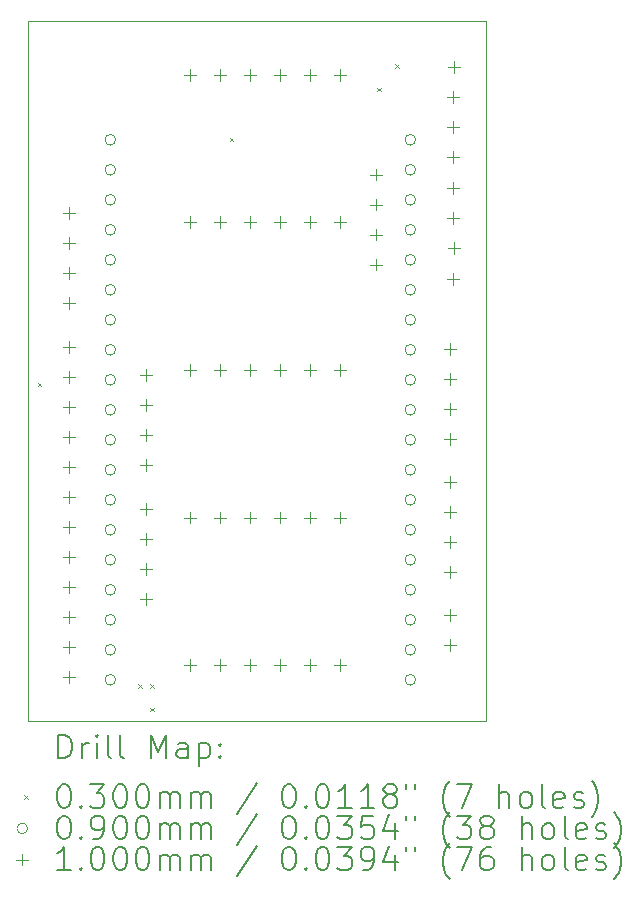
<source format=gbr>
%TF.GenerationSoftware,KiCad,Pcbnew,8.0.4-8.0.4-0~ubuntu24.04.1*%
%TF.CreationDate,2024-09-03T15:59:57+09:00*%
%TF.ProjectId,ESP32,45535033-322e-46b6-9963-61645f706362,rev?*%
%TF.SameCoordinates,Original*%
%TF.FileFunction,Drillmap*%
%TF.FilePolarity,Positive*%
%FSLAX45Y45*%
G04 Gerber Fmt 4.5, Leading zero omitted, Abs format (unit mm)*
G04 Created by KiCad (PCBNEW 8.0.4-8.0.4-0~ubuntu24.04.1) date 2024-09-03 15:59:57*
%MOMM*%
%LPD*%
G01*
G04 APERTURE LIST*
%ADD10C,0.050000*%
%ADD11C,0.200000*%
%ADD12C,0.100000*%
G04 APERTURE END LIST*
D10*
X13050000Y-7200000D02*
X16925000Y-7200000D01*
X16925000Y-13125000D01*
X13050000Y-13125000D01*
X13050000Y-7200000D01*
D11*
D12*
X13135000Y-10260000D02*
X13165000Y-10290000D01*
X13165000Y-10260000D02*
X13135000Y-10290000D01*
X13985000Y-12810000D02*
X14015000Y-12840000D01*
X14015000Y-12810000D02*
X13985000Y-12840000D01*
X14085000Y-12810000D02*
X14115000Y-12840000D01*
X14115000Y-12810000D02*
X14085000Y-12840000D01*
X14085000Y-13010000D02*
X14115000Y-13040000D01*
X14115000Y-13010000D02*
X14085000Y-13040000D01*
X14760000Y-8185000D02*
X14790000Y-8215000D01*
X14790000Y-8185000D02*
X14760000Y-8215000D01*
X16010000Y-7760000D02*
X16040000Y-7790000D01*
X16040000Y-7760000D02*
X16010000Y-7790000D01*
X16160000Y-7560000D02*
X16190000Y-7590000D01*
X16190000Y-7560000D02*
X16160000Y-7590000D01*
X13793500Y-8201500D02*
G75*
G02*
X13703500Y-8201500I-45000J0D01*
G01*
X13703500Y-8201500D02*
G75*
G02*
X13793500Y-8201500I45000J0D01*
G01*
X13793500Y-8455500D02*
G75*
G02*
X13703500Y-8455500I-45000J0D01*
G01*
X13703500Y-8455500D02*
G75*
G02*
X13793500Y-8455500I45000J0D01*
G01*
X13793500Y-8709500D02*
G75*
G02*
X13703500Y-8709500I-45000J0D01*
G01*
X13703500Y-8709500D02*
G75*
G02*
X13793500Y-8709500I45000J0D01*
G01*
X13793500Y-8963500D02*
G75*
G02*
X13703500Y-8963500I-45000J0D01*
G01*
X13703500Y-8963500D02*
G75*
G02*
X13793500Y-8963500I45000J0D01*
G01*
X13793500Y-9217500D02*
G75*
G02*
X13703500Y-9217500I-45000J0D01*
G01*
X13703500Y-9217500D02*
G75*
G02*
X13793500Y-9217500I45000J0D01*
G01*
X13793500Y-9471500D02*
G75*
G02*
X13703500Y-9471500I-45000J0D01*
G01*
X13703500Y-9471500D02*
G75*
G02*
X13793500Y-9471500I45000J0D01*
G01*
X13793500Y-9725500D02*
G75*
G02*
X13703500Y-9725500I-45000J0D01*
G01*
X13703500Y-9725500D02*
G75*
G02*
X13793500Y-9725500I45000J0D01*
G01*
X13793500Y-9979500D02*
G75*
G02*
X13703500Y-9979500I-45000J0D01*
G01*
X13703500Y-9979500D02*
G75*
G02*
X13793500Y-9979500I45000J0D01*
G01*
X13793500Y-10233500D02*
G75*
G02*
X13703500Y-10233500I-45000J0D01*
G01*
X13703500Y-10233500D02*
G75*
G02*
X13793500Y-10233500I45000J0D01*
G01*
X13793500Y-10487500D02*
G75*
G02*
X13703500Y-10487500I-45000J0D01*
G01*
X13703500Y-10487500D02*
G75*
G02*
X13793500Y-10487500I45000J0D01*
G01*
X13793500Y-10741500D02*
G75*
G02*
X13703500Y-10741500I-45000J0D01*
G01*
X13703500Y-10741500D02*
G75*
G02*
X13793500Y-10741500I45000J0D01*
G01*
X13793500Y-10995500D02*
G75*
G02*
X13703500Y-10995500I-45000J0D01*
G01*
X13703500Y-10995500D02*
G75*
G02*
X13793500Y-10995500I45000J0D01*
G01*
X13793500Y-11249500D02*
G75*
G02*
X13703500Y-11249500I-45000J0D01*
G01*
X13703500Y-11249500D02*
G75*
G02*
X13793500Y-11249500I45000J0D01*
G01*
X13793500Y-11503500D02*
G75*
G02*
X13703500Y-11503500I-45000J0D01*
G01*
X13703500Y-11503500D02*
G75*
G02*
X13793500Y-11503500I45000J0D01*
G01*
X13793500Y-11757500D02*
G75*
G02*
X13703500Y-11757500I-45000J0D01*
G01*
X13703500Y-11757500D02*
G75*
G02*
X13793500Y-11757500I45000J0D01*
G01*
X13793500Y-12011500D02*
G75*
G02*
X13703500Y-12011500I-45000J0D01*
G01*
X13703500Y-12011500D02*
G75*
G02*
X13793500Y-12011500I45000J0D01*
G01*
X13793500Y-12265500D02*
G75*
G02*
X13703500Y-12265500I-45000J0D01*
G01*
X13703500Y-12265500D02*
G75*
G02*
X13793500Y-12265500I45000J0D01*
G01*
X13793500Y-12519500D02*
G75*
G02*
X13703500Y-12519500I-45000J0D01*
G01*
X13703500Y-12519500D02*
G75*
G02*
X13793500Y-12519500I45000J0D01*
G01*
X13793500Y-12773500D02*
G75*
G02*
X13703500Y-12773500I-45000J0D01*
G01*
X13703500Y-12773500D02*
G75*
G02*
X13793500Y-12773500I45000J0D01*
G01*
X16333500Y-8201500D02*
G75*
G02*
X16243500Y-8201500I-45000J0D01*
G01*
X16243500Y-8201500D02*
G75*
G02*
X16333500Y-8201500I45000J0D01*
G01*
X16333500Y-8455500D02*
G75*
G02*
X16243500Y-8455500I-45000J0D01*
G01*
X16243500Y-8455500D02*
G75*
G02*
X16333500Y-8455500I45000J0D01*
G01*
X16333500Y-8709500D02*
G75*
G02*
X16243500Y-8709500I-45000J0D01*
G01*
X16243500Y-8709500D02*
G75*
G02*
X16333500Y-8709500I45000J0D01*
G01*
X16333500Y-8963500D02*
G75*
G02*
X16243500Y-8963500I-45000J0D01*
G01*
X16243500Y-8963500D02*
G75*
G02*
X16333500Y-8963500I45000J0D01*
G01*
X16333500Y-9217500D02*
G75*
G02*
X16243500Y-9217500I-45000J0D01*
G01*
X16243500Y-9217500D02*
G75*
G02*
X16333500Y-9217500I45000J0D01*
G01*
X16333500Y-9471500D02*
G75*
G02*
X16243500Y-9471500I-45000J0D01*
G01*
X16243500Y-9471500D02*
G75*
G02*
X16333500Y-9471500I45000J0D01*
G01*
X16333500Y-9725500D02*
G75*
G02*
X16243500Y-9725500I-45000J0D01*
G01*
X16243500Y-9725500D02*
G75*
G02*
X16333500Y-9725500I45000J0D01*
G01*
X16333500Y-9979500D02*
G75*
G02*
X16243500Y-9979500I-45000J0D01*
G01*
X16243500Y-9979500D02*
G75*
G02*
X16333500Y-9979500I45000J0D01*
G01*
X16333500Y-10233500D02*
G75*
G02*
X16243500Y-10233500I-45000J0D01*
G01*
X16243500Y-10233500D02*
G75*
G02*
X16333500Y-10233500I45000J0D01*
G01*
X16333500Y-10487500D02*
G75*
G02*
X16243500Y-10487500I-45000J0D01*
G01*
X16243500Y-10487500D02*
G75*
G02*
X16333500Y-10487500I45000J0D01*
G01*
X16333500Y-10741500D02*
G75*
G02*
X16243500Y-10741500I-45000J0D01*
G01*
X16243500Y-10741500D02*
G75*
G02*
X16333500Y-10741500I45000J0D01*
G01*
X16333500Y-10995500D02*
G75*
G02*
X16243500Y-10995500I-45000J0D01*
G01*
X16243500Y-10995500D02*
G75*
G02*
X16333500Y-10995500I45000J0D01*
G01*
X16333500Y-11249500D02*
G75*
G02*
X16243500Y-11249500I-45000J0D01*
G01*
X16243500Y-11249500D02*
G75*
G02*
X16333500Y-11249500I45000J0D01*
G01*
X16333500Y-11503500D02*
G75*
G02*
X16243500Y-11503500I-45000J0D01*
G01*
X16243500Y-11503500D02*
G75*
G02*
X16333500Y-11503500I45000J0D01*
G01*
X16333500Y-11757500D02*
G75*
G02*
X16243500Y-11757500I-45000J0D01*
G01*
X16243500Y-11757500D02*
G75*
G02*
X16333500Y-11757500I45000J0D01*
G01*
X16333500Y-12011500D02*
G75*
G02*
X16243500Y-12011500I-45000J0D01*
G01*
X16243500Y-12011500D02*
G75*
G02*
X16333500Y-12011500I45000J0D01*
G01*
X16333500Y-12265500D02*
G75*
G02*
X16243500Y-12265500I-45000J0D01*
G01*
X16243500Y-12265500D02*
G75*
G02*
X16333500Y-12265500I45000J0D01*
G01*
X16333500Y-12519500D02*
G75*
G02*
X16243500Y-12519500I-45000J0D01*
G01*
X16243500Y-12519500D02*
G75*
G02*
X16333500Y-12519500I45000J0D01*
G01*
X16333500Y-12773500D02*
G75*
G02*
X16243500Y-12773500I-45000J0D01*
G01*
X16243500Y-12773500D02*
G75*
G02*
X16333500Y-12773500I45000J0D01*
G01*
X13400000Y-8770000D02*
X13400000Y-8870000D01*
X13350000Y-8820000D02*
X13450000Y-8820000D01*
X13400000Y-9024000D02*
X13400000Y-9124000D01*
X13350000Y-9074000D02*
X13450000Y-9074000D01*
X13400000Y-9278000D02*
X13400000Y-9378000D01*
X13350000Y-9328000D02*
X13450000Y-9328000D01*
X13400000Y-9532000D02*
X13400000Y-9632000D01*
X13350000Y-9582000D02*
X13450000Y-9582000D01*
X13400000Y-9906000D02*
X13400000Y-10006000D01*
X13350000Y-9956000D02*
X13450000Y-9956000D01*
X13400000Y-10160000D02*
X13400000Y-10260000D01*
X13350000Y-10210000D02*
X13450000Y-10210000D01*
X13400000Y-10414000D02*
X13400000Y-10514000D01*
X13350000Y-10464000D02*
X13450000Y-10464000D01*
X13400000Y-10668000D02*
X13400000Y-10768000D01*
X13350000Y-10718000D02*
X13450000Y-10718000D01*
X13400000Y-10922000D02*
X13400000Y-11022000D01*
X13350000Y-10972000D02*
X13450000Y-10972000D01*
X13400000Y-11176000D02*
X13400000Y-11276000D01*
X13350000Y-11226000D02*
X13450000Y-11226000D01*
X13400000Y-11430000D02*
X13400000Y-11530000D01*
X13350000Y-11480000D02*
X13450000Y-11480000D01*
X13400000Y-11684000D02*
X13400000Y-11784000D01*
X13350000Y-11734000D02*
X13450000Y-11734000D01*
X13400000Y-11938000D02*
X13400000Y-12038000D01*
X13350000Y-11988000D02*
X13450000Y-11988000D01*
X13400000Y-12192000D02*
X13400000Y-12292000D01*
X13350000Y-12242000D02*
X13450000Y-12242000D01*
X13400000Y-12446000D02*
X13400000Y-12546000D01*
X13350000Y-12496000D02*
X13450000Y-12496000D01*
X13400000Y-12700000D02*
X13400000Y-12800000D01*
X13350000Y-12750000D02*
X13450000Y-12750000D01*
X14050000Y-10145000D02*
X14050000Y-10245000D01*
X14000000Y-10195000D02*
X14100000Y-10195000D01*
X14050000Y-10399000D02*
X14050000Y-10499000D01*
X14000000Y-10449000D02*
X14100000Y-10449000D01*
X14050000Y-10653000D02*
X14050000Y-10753000D01*
X14000000Y-10703000D02*
X14100000Y-10703000D01*
X14050000Y-10907000D02*
X14050000Y-11007000D01*
X14000000Y-10957000D02*
X14100000Y-10957000D01*
X14050000Y-11275000D02*
X14050000Y-11375000D01*
X14000000Y-11325000D02*
X14100000Y-11325000D01*
X14050000Y-11529000D02*
X14050000Y-11629000D01*
X14000000Y-11579000D02*
X14100000Y-11579000D01*
X14050000Y-11783000D02*
X14050000Y-11883000D01*
X14000000Y-11833000D02*
X14100000Y-11833000D01*
X14050000Y-12037000D02*
X14050000Y-12137000D01*
X14000000Y-12087000D02*
X14100000Y-12087000D01*
X14421000Y-7600000D02*
X14421000Y-7700000D01*
X14371000Y-7650000D02*
X14471000Y-7650000D01*
X14421000Y-8850000D02*
X14421000Y-8950000D01*
X14371000Y-8900000D02*
X14471000Y-8900000D01*
X14421000Y-10100000D02*
X14421000Y-10200000D01*
X14371000Y-10150000D02*
X14471000Y-10150000D01*
X14421000Y-11350000D02*
X14421000Y-11450000D01*
X14371000Y-11400000D02*
X14471000Y-11400000D01*
X14421000Y-12600000D02*
X14421000Y-12700000D01*
X14371000Y-12650000D02*
X14471000Y-12650000D01*
X14675000Y-7600000D02*
X14675000Y-7700000D01*
X14625000Y-7650000D02*
X14725000Y-7650000D01*
X14675000Y-8850000D02*
X14675000Y-8950000D01*
X14625000Y-8900000D02*
X14725000Y-8900000D01*
X14675000Y-10100000D02*
X14675000Y-10200000D01*
X14625000Y-10150000D02*
X14725000Y-10150000D01*
X14675000Y-11350000D02*
X14675000Y-11450000D01*
X14625000Y-11400000D02*
X14725000Y-11400000D01*
X14675000Y-12600000D02*
X14675000Y-12700000D01*
X14625000Y-12650000D02*
X14725000Y-12650000D01*
X14929000Y-7600000D02*
X14929000Y-7700000D01*
X14879000Y-7650000D02*
X14979000Y-7650000D01*
X14929000Y-8850000D02*
X14929000Y-8950000D01*
X14879000Y-8900000D02*
X14979000Y-8900000D01*
X14929000Y-10100000D02*
X14929000Y-10200000D01*
X14879000Y-10150000D02*
X14979000Y-10150000D01*
X14929000Y-11350000D02*
X14929000Y-11450000D01*
X14879000Y-11400000D02*
X14979000Y-11400000D01*
X14929000Y-12600000D02*
X14929000Y-12700000D01*
X14879000Y-12650000D02*
X14979000Y-12650000D01*
X15183000Y-7600000D02*
X15183000Y-7700000D01*
X15133000Y-7650000D02*
X15233000Y-7650000D01*
X15183000Y-8850000D02*
X15183000Y-8950000D01*
X15133000Y-8900000D02*
X15233000Y-8900000D01*
X15183000Y-10100000D02*
X15183000Y-10200000D01*
X15133000Y-10150000D02*
X15233000Y-10150000D01*
X15183000Y-11350000D02*
X15183000Y-11450000D01*
X15133000Y-11400000D02*
X15233000Y-11400000D01*
X15183000Y-12600000D02*
X15183000Y-12700000D01*
X15133000Y-12650000D02*
X15233000Y-12650000D01*
X15437000Y-7600000D02*
X15437000Y-7700000D01*
X15387000Y-7650000D02*
X15487000Y-7650000D01*
X15437000Y-8850000D02*
X15437000Y-8950000D01*
X15387000Y-8900000D02*
X15487000Y-8900000D01*
X15437000Y-10100000D02*
X15437000Y-10200000D01*
X15387000Y-10150000D02*
X15487000Y-10150000D01*
X15437000Y-11350000D02*
X15437000Y-11450000D01*
X15387000Y-11400000D02*
X15487000Y-11400000D01*
X15437000Y-12600000D02*
X15437000Y-12700000D01*
X15387000Y-12650000D02*
X15487000Y-12650000D01*
X15691000Y-7600000D02*
X15691000Y-7700000D01*
X15641000Y-7650000D02*
X15741000Y-7650000D01*
X15691000Y-8850000D02*
X15691000Y-8950000D01*
X15641000Y-8900000D02*
X15741000Y-8900000D01*
X15691000Y-10100000D02*
X15691000Y-10200000D01*
X15641000Y-10150000D02*
X15741000Y-10150000D01*
X15691000Y-11350000D02*
X15691000Y-11450000D01*
X15641000Y-11400000D02*
X15741000Y-11400000D01*
X15691000Y-12600000D02*
X15691000Y-12700000D01*
X15641000Y-12650000D02*
X15741000Y-12650000D01*
X16000000Y-8446000D02*
X16000000Y-8546000D01*
X15950000Y-8496000D02*
X16050000Y-8496000D01*
X16000000Y-8700000D02*
X16000000Y-8800000D01*
X15950000Y-8750000D02*
X16050000Y-8750000D01*
X16000000Y-8954000D02*
X16000000Y-9054000D01*
X15950000Y-9004000D02*
X16050000Y-9004000D01*
X16000000Y-9208000D02*
X16000000Y-9308000D01*
X15950000Y-9258000D02*
X16050000Y-9258000D01*
X16625000Y-9925000D02*
X16625000Y-10025000D01*
X16575000Y-9975000D02*
X16675000Y-9975000D01*
X16625000Y-10179000D02*
X16625000Y-10279000D01*
X16575000Y-10229000D02*
X16675000Y-10229000D01*
X16625000Y-10433000D02*
X16625000Y-10533000D01*
X16575000Y-10483000D02*
X16675000Y-10483000D01*
X16625000Y-10687000D02*
X16625000Y-10787000D01*
X16575000Y-10737000D02*
X16675000Y-10737000D01*
X16625000Y-11050000D02*
X16625000Y-11150000D01*
X16575000Y-11100000D02*
X16675000Y-11100000D01*
X16625000Y-11304000D02*
X16625000Y-11404000D01*
X16575000Y-11354000D02*
X16675000Y-11354000D01*
X16625000Y-11558000D02*
X16625000Y-11658000D01*
X16575000Y-11608000D02*
X16675000Y-11608000D01*
X16625000Y-11812000D02*
X16625000Y-11912000D01*
X16575000Y-11862000D02*
X16675000Y-11862000D01*
X16625000Y-12175000D02*
X16625000Y-12275000D01*
X16575000Y-12225000D02*
X16675000Y-12225000D01*
X16625000Y-12429000D02*
X16625000Y-12529000D01*
X16575000Y-12479000D02*
X16675000Y-12479000D01*
X16650000Y-8300000D02*
X16650000Y-8400000D01*
X16600000Y-8350000D02*
X16700000Y-8350000D01*
X16652500Y-7790000D02*
X16652500Y-7890000D01*
X16602500Y-7840000D02*
X16702500Y-7840000D01*
X16652500Y-8042500D02*
X16652500Y-8142500D01*
X16602500Y-8092500D02*
X16702500Y-8092500D01*
X16652500Y-8557500D02*
X16652500Y-8657500D01*
X16602500Y-8607500D02*
X16702500Y-8607500D01*
X16652500Y-8812500D02*
X16652500Y-8912500D01*
X16602500Y-8862500D02*
X16702500Y-8862500D01*
X16652500Y-9327500D02*
X16652500Y-9427500D01*
X16602500Y-9377500D02*
X16702500Y-9377500D01*
X16655000Y-7532500D02*
X16655000Y-7632500D01*
X16605000Y-7582500D02*
X16705000Y-7582500D01*
X16655000Y-9070000D02*
X16655000Y-9170000D01*
X16605000Y-9120000D02*
X16705000Y-9120000D01*
D11*
X13308277Y-13438984D02*
X13308277Y-13238984D01*
X13308277Y-13238984D02*
X13355896Y-13238984D01*
X13355896Y-13238984D02*
X13384467Y-13248508D01*
X13384467Y-13248508D02*
X13403515Y-13267555D01*
X13403515Y-13267555D02*
X13413039Y-13286603D01*
X13413039Y-13286603D02*
X13422562Y-13324698D01*
X13422562Y-13324698D02*
X13422562Y-13353269D01*
X13422562Y-13353269D02*
X13413039Y-13391365D01*
X13413039Y-13391365D02*
X13403515Y-13410412D01*
X13403515Y-13410412D02*
X13384467Y-13429460D01*
X13384467Y-13429460D02*
X13355896Y-13438984D01*
X13355896Y-13438984D02*
X13308277Y-13438984D01*
X13508277Y-13438984D02*
X13508277Y-13305650D01*
X13508277Y-13343746D02*
X13517801Y-13324698D01*
X13517801Y-13324698D02*
X13527324Y-13315174D01*
X13527324Y-13315174D02*
X13546372Y-13305650D01*
X13546372Y-13305650D02*
X13565420Y-13305650D01*
X13632086Y-13438984D02*
X13632086Y-13305650D01*
X13632086Y-13238984D02*
X13622562Y-13248508D01*
X13622562Y-13248508D02*
X13632086Y-13258031D01*
X13632086Y-13258031D02*
X13641610Y-13248508D01*
X13641610Y-13248508D02*
X13632086Y-13238984D01*
X13632086Y-13238984D02*
X13632086Y-13258031D01*
X13755896Y-13438984D02*
X13736848Y-13429460D01*
X13736848Y-13429460D02*
X13727324Y-13410412D01*
X13727324Y-13410412D02*
X13727324Y-13238984D01*
X13860658Y-13438984D02*
X13841610Y-13429460D01*
X13841610Y-13429460D02*
X13832086Y-13410412D01*
X13832086Y-13410412D02*
X13832086Y-13238984D01*
X14089229Y-13438984D02*
X14089229Y-13238984D01*
X14089229Y-13238984D02*
X14155896Y-13381841D01*
X14155896Y-13381841D02*
X14222562Y-13238984D01*
X14222562Y-13238984D02*
X14222562Y-13438984D01*
X14403515Y-13438984D02*
X14403515Y-13334222D01*
X14403515Y-13334222D02*
X14393991Y-13315174D01*
X14393991Y-13315174D02*
X14374943Y-13305650D01*
X14374943Y-13305650D02*
X14336848Y-13305650D01*
X14336848Y-13305650D02*
X14317801Y-13315174D01*
X14403515Y-13429460D02*
X14384467Y-13438984D01*
X14384467Y-13438984D02*
X14336848Y-13438984D01*
X14336848Y-13438984D02*
X14317801Y-13429460D01*
X14317801Y-13429460D02*
X14308277Y-13410412D01*
X14308277Y-13410412D02*
X14308277Y-13391365D01*
X14308277Y-13391365D02*
X14317801Y-13372317D01*
X14317801Y-13372317D02*
X14336848Y-13362793D01*
X14336848Y-13362793D02*
X14384467Y-13362793D01*
X14384467Y-13362793D02*
X14403515Y-13353269D01*
X14498753Y-13305650D02*
X14498753Y-13505650D01*
X14498753Y-13315174D02*
X14517801Y-13305650D01*
X14517801Y-13305650D02*
X14555896Y-13305650D01*
X14555896Y-13305650D02*
X14574943Y-13315174D01*
X14574943Y-13315174D02*
X14584467Y-13324698D01*
X14584467Y-13324698D02*
X14593991Y-13343746D01*
X14593991Y-13343746D02*
X14593991Y-13400888D01*
X14593991Y-13400888D02*
X14584467Y-13419936D01*
X14584467Y-13419936D02*
X14574943Y-13429460D01*
X14574943Y-13429460D02*
X14555896Y-13438984D01*
X14555896Y-13438984D02*
X14517801Y-13438984D01*
X14517801Y-13438984D02*
X14498753Y-13429460D01*
X14679705Y-13419936D02*
X14689229Y-13429460D01*
X14689229Y-13429460D02*
X14679705Y-13438984D01*
X14679705Y-13438984D02*
X14670182Y-13429460D01*
X14670182Y-13429460D02*
X14679705Y-13419936D01*
X14679705Y-13419936D02*
X14679705Y-13438984D01*
X14679705Y-13315174D02*
X14689229Y-13324698D01*
X14689229Y-13324698D02*
X14679705Y-13334222D01*
X14679705Y-13334222D02*
X14670182Y-13324698D01*
X14670182Y-13324698D02*
X14679705Y-13315174D01*
X14679705Y-13315174D02*
X14679705Y-13334222D01*
D12*
X13017500Y-13752500D02*
X13047500Y-13782500D01*
X13047500Y-13752500D02*
X13017500Y-13782500D01*
D11*
X13346372Y-13658984D02*
X13365420Y-13658984D01*
X13365420Y-13658984D02*
X13384467Y-13668508D01*
X13384467Y-13668508D02*
X13393991Y-13678031D01*
X13393991Y-13678031D02*
X13403515Y-13697079D01*
X13403515Y-13697079D02*
X13413039Y-13735174D01*
X13413039Y-13735174D02*
X13413039Y-13782793D01*
X13413039Y-13782793D02*
X13403515Y-13820888D01*
X13403515Y-13820888D02*
X13393991Y-13839936D01*
X13393991Y-13839936D02*
X13384467Y-13849460D01*
X13384467Y-13849460D02*
X13365420Y-13858984D01*
X13365420Y-13858984D02*
X13346372Y-13858984D01*
X13346372Y-13858984D02*
X13327324Y-13849460D01*
X13327324Y-13849460D02*
X13317801Y-13839936D01*
X13317801Y-13839936D02*
X13308277Y-13820888D01*
X13308277Y-13820888D02*
X13298753Y-13782793D01*
X13298753Y-13782793D02*
X13298753Y-13735174D01*
X13298753Y-13735174D02*
X13308277Y-13697079D01*
X13308277Y-13697079D02*
X13317801Y-13678031D01*
X13317801Y-13678031D02*
X13327324Y-13668508D01*
X13327324Y-13668508D02*
X13346372Y-13658984D01*
X13498753Y-13839936D02*
X13508277Y-13849460D01*
X13508277Y-13849460D02*
X13498753Y-13858984D01*
X13498753Y-13858984D02*
X13489229Y-13849460D01*
X13489229Y-13849460D02*
X13498753Y-13839936D01*
X13498753Y-13839936D02*
X13498753Y-13858984D01*
X13574943Y-13658984D02*
X13698753Y-13658984D01*
X13698753Y-13658984D02*
X13632086Y-13735174D01*
X13632086Y-13735174D02*
X13660658Y-13735174D01*
X13660658Y-13735174D02*
X13679705Y-13744698D01*
X13679705Y-13744698D02*
X13689229Y-13754222D01*
X13689229Y-13754222D02*
X13698753Y-13773269D01*
X13698753Y-13773269D02*
X13698753Y-13820888D01*
X13698753Y-13820888D02*
X13689229Y-13839936D01*
X13689229Y-13839936D02*
X13679705Y-13849460D01*
X13679705Y-13849460D02*
X13660658Y-13858984D01*
X13660658Y-13858984D02*
X13603515Y-13858984D01*
X13603515Y-13858984D02*
X13584467Y-13849460D01*
X13584467Y-13849460D02*
X13574943Y-13839936D01*
X13822562Y-13658984D02*
X13841610Y-13658984D01*
X13841610Y-13658984D02*
X13860658Y-13668508D01*
X13860658Y-13668508D02*
X13870182Y-13678031D01*
X13870182Y-13678031D02*
X13879705Y-13697079D01*
X13879705Y-13697079D02*
X13889229Y-13735174D01*
X13889229Y-13735174D02*
X13889229Y-13782793D01*
X13889229Y-13782793D02*
X13879705Y-13820888D01*
X13879705Y-13820888D02*
X13870182Y-13839936D01*
X13870182Y-13839936D02*
X13860658Y-13849460D01*
X13860658Y-13849460D02*
X13841610Y-13858984D01*
X13841610Y-13858984D02*
X13822562Y-13858984D01*
X13822562Y-13858984D02*
X13803515Y-13849460D01*
X13803515Y-13849460D02*
X13793991Y-13839936D01*
X13793991Y-13839936D02*
X13784467Y-13820888D01*
X13784467Y-13820888D02*
X13774943Y-13782793D01*
X13774943Y-13782793D02*
X13774943Y-13735174D01*
X13774943Y-13735174D02*
X13784467Y-13697079D01*
X13784467Y-13697079D02*
X13793991Y-13678031D01*
X13793991Y-13678031D02*
X13803515Y-13668508D01*
X13803515Y-13668508D02*
X13822562Y-13658984D01*
X14013039Y-13658984D02*
X14032086Y-13658984D01*
X14032086Y-13658984D02*
X14051134Y-13668508D01*
X14051134Y-13668508D02*
X14060658Y-13678031D01*
X14060658Y-13678031D02*
X14070182Y-13697079D01*
X14070182Y-13697079D02*
X14079705Y-13735174D01*
X14079705Y-13735174D02*
X14079705Y-13782793D01*
X14079705Y-13782793D02*
X14070182Y-13820888D01*
X14070182Y-13820888D02*
X14060658Y-13839936D01*
X14060658Y-13839936D02*
X14051134Y-13849460D01*
X14051134Y-13849460D02*
X14032086Y-13858984D01*
X14032086Y-13858984D02*
X14013039Y-13858984D01*
X14013039Y-13858984D02*
X13993991Y-13849460D01*
X13993991Y-13849460D02*
X13984467Y-13839936D01*
X13984467Y-13839936D02*
X13974943Y-13820888D01*
X13974943Y-13820888D02*
X13965420Y-13782793D01*
X13965420Y-13782793D02*
X13965420Y-13735174D01*
X13965420Y-13735174D02*
X13974943Y-13697079D01*
X13974943Y-13697079D02*
X13984467Y-13678031D01*
X13984467Y-13678031D02*
X13993991Y-13668508D01*
X13993991Y-13668508D02*
X14013039Y-13658984D01*
X14165420Y-13858984D02*
X14165420Y-13725650D01*
X14165420Y-13744698D02*
X14174943Y-13735174D01*
X14174943Y-13735174D02*
X14193991Y-13725650D01*
X14193991Y-13725650D02*
X14222563Y-13725650D01*
X14222563Y-13725650D02*
X14241610Y-13735174D01*
X14241610Y-13735174D02*
X14251134Y-13754222D01*
X14251134Y-13754222D02*
X14251134Y-13858984D01*
X14251134Y-13754222D02*
X14260658Y-13735174D01*
X14260658Y-13735174D02*
X14279705Y-13725650D01*
X14279705Y-13725650D02*
X14308277Y-13725650D01*
X14308277Y-13725650D02*
X14327324Y-13735174D01*
X14327324Y-13735174D02*
X14336848Y-13754222D01*
X14336848Y-13754222D02*
X14336848Y-13858984D01*
X14432086Y-13858984D02*
X14432086Y-13725650D01*
X14432086Y-13744698D02*
X14441610Y-13735174D01*
X14441610Y-13735174D02*
X14460658Y-13725650D01*
X14460658Y-13725650D02*
X14489229Y-13725650D01*
X14489229Y-13725650D02*
X14508277Y-13735174D01*
X14508277Y-13735174D02*
X14517801Y-13754222D01*
X14517801Y-13754222D02*
X14517801Y-13858984D01*
X14517801Y-13754222D02*
X14527324Y-13735174D01*
X14527324Y-13735174D02*
X14546372Y-13725650D01*
X14546372Y-13725650D02*
X14574943Y-13725650D01*
X14574943Y-13725650D02*
X14593991Y-13735174D01*
X14593991Y-13735174D02*
X14603515Y-13754222D01*
X14603515Y-13754222D02*
X14603515Y-13858984D01*
X14993991Y-13649460D02*
X14822563Y-13906603D01*
X15251134Y-13658984D02*
X15270182Y-13658984D01*
X15270182Y-13658984D02*
X15289229Y-13668508D01*
X15289229Y-13668508D02*
X15298753Y-13678031D01*
X15298753Y-13678031D02*
X15308277Y-13697079D01*
X15308277Y-13697079D02*
X15317801Y-13735174D01*
X15317801Y-13735174D02*
X15317801Y-13782793D01*
X15317801Y-13782793D02*
X15308277Y-13820888D01*
X15308277Y-13820888D02*
X15298753Y-13839936D01*
X15298753Y-13839936D02*
X15289229Y-13849460D01*
X15289229Y-13849460D02*
X15270182Y-13858984D01*
X15270182Y-13858984D02*
X15251134Y-13858984D01*
X15251134Y-13858984D02*
X15232086Y-13849460D01*
X15232086Y-13849460D02*
X15222563Y-13839936D01*
X15222563Y-13839936D02*
X15213039Y-13820888D01*
X15213039Y-13820888D02*
X15203515Y-13782793D01*
X15203515Y-13782793D02*
X15203515Y-13735174D01*
X15203515Y-13735174D02*
X15213039Y-13697079D01*
X15213039Y-13697079D02*
X15222563Y-13678031D01*
X15222563Y-13678031D02*
X15232086Y-13668508D01*
X15232086Y-13668508D02*
X15251134Y-13658984D01*
X15403515Y-13839936D02*
X15413039Y-13849460D01*
X15413039Y-13849460D02*
X15403515Y-13858984D01*
X15403515Y-13858984D02*
X15393991Y-13849460D01*
X15393991Y-13849460D02*
X15403515Y-13839936D01*
X15403515Y-13839936D02*
X15403515Y-13858984D01*
X15536848Y-13658984D02*
X15555896Y-13658984D01*
X15555896Y-13658984D02*
X15574944Y-13668508D01*
X15574944Y-13668508D02*
X15584467Y-13678031D01*
X15584467Y-13678031D02*
X15593991Y-13697079D01*
X15593991Y-13697079D02*
X15603515Y-13735174D01*
X15603515Y-13735174D02*
X15603515Y-13782793D01*
X15603515Y-13782793D02*
X15593991Y-13820888D01*
X15593991Y-13820888D02*
X15584467Y-13839936D01*
X15584467Y-13839936D02*
X15574944Y-13849460D01*
X15574944Y-13849460D02*
X15555896Y-13858984D01*
X15555896Y-13858984D02*
X15536848Y-13858984D01*
X15536848Y-13858984D02*
X15517801Y-13849460D01*
X15517801Y-13849460D02*
X15508277Y-13839936D01*
X15508277Y-13839936D02*
X15498753Y-13820888D01*
X15498753Y-13820888D02*
X15489229Y-13782793D01*
X15489229Y-13782793D02*
X15489229Y-13735174D01*
X15489229Y-13735174D02*
X15498753Y-13697079D01*
X15498753Y-13697079D02*
X15508277Y-13678031D01*
X15508277Y-13678031D02*
X15517801Y-13668508D01*
X15517801Y-13668508D02*
X15536848Y-13658984D01*
X15793991Y-13858984D02*
X15679706Y-13858984D01*
X15736848Y-13858984D02*
X15736848Y-13658984D01*
X15736848Y-13658984D02*
X15717801Y-13687555D01*
X15717801Y-13687555D02*
X15698753Y-13706603D01*
X15698753Y-13706603D02*
X15679706Y-13716127D01*
X15984467Y-13858984D02*
X15870182Y-13858984D01*
X15927325Y-13858984D02*
X15927325Y-13658984D01*
X15927325Y-13658984D02*
X15908277Y-13687555D01*
X15908277Y-13687555D02*
X15889229Y-13706603D01*
X15889229Y-13706603D02*
X15870182Y-13716127D01*
X16098753Y-13744698D02*
X16079706Y-13735174D01*
X16079706Y-13735174D02*
X16070182Y-13725650D01*
X16070182Y-13725650D02*
X16060658Y-13706603D01*
X16060658Y-13706603D02*
X16060658Y-13697079D01*
X16060658Y-13697079D02*
X16070182Y-13678031D01*
X16070182Y-13678031D02*
X16079706Y-13668508D01*
X16079706Y-13668508D02*
X16098753Y-13658984D01*
X16098753Y-13658984D02*
X16136848Y-13658984D01*
X16136848Y-13658984D02*
X16155896Y-13668508D01*
X16155896Y-13668508D02*
X16165420Y-13678031D01*
X16165420Y-13678031D02*
X16174944Y-13697079D01*
X16174944Y-13697079D02*
X16174944Y-13706603D01*
X16174944Y-13706603D02*
X16165420Y-13725650D01*
X16165420Y-13725650D02*
X16155896Y-13735174D01*
X16155896Y-13735174D02*
X16136848Y-13744698D01*
X16136848Y-13744698D02*
X16098753Y-13744698D01*
X16098753Y-13744698D02*
X16079706Y-13754222D01*
X16079706Y-13754222D02*
X16070182Y-13763746D01*
X16070182Y-13763746D02*
X16060658Y-13782793D01*
X16060658Y-13782793D02*
X16060658Y-13820888D01*
X16060658Y-13820888D02*
X16070182Y-13839936D01*
X16070182Y-13839936D02*
X16079706Y-13849460D01*
X16079706Y-13849460D02*
X16098753Y-13858984D01*
X16098753Y-13858984D02*
X16136848Y-13858984D01*
X16136848Y-13858984D02*
X16155896Y-13849460D01*
X16155896Y-13849460D02*
X16165420Y-13839936D01*
X16165420Y-13839936D02*
X16174944Y-13820888D01*
X16174944Y-13820888D02*
X16174944Y-13782793D01*
X16174944Y-13782793D02*
X16165420Y-13763746D01*
X16165420Y-13763746D02*
X16155896Y-13754222D01*
X16155896Y-13754222D02*
X16136848Y-13744698D01*
X16251134Y-13658984D02*
X16251134Y-13697079D01*
X16327325Y-13658984D02*
X16327325Y-13697079D01*
X16622563Y-13935174D02*
X16613039Y-13925650D01*
X16613039Y-13925650D02*
X16593991Y-13897079D01*
X16593991Y-13897079D02*
X16584468Y-13878031D01*
X16584468Y-13878031D02*
X16574944Y-13849460D01*
X16574944Y-13849460D02*
X16565420Y-13801841D01*
X16565420Y-13801841D02*
X16565420Y-13763746D01*
X16565420Y-13763746D02*
X16574944Y-13716127D01*
X16574944Y-13716127D02*
X16584468Y-13687555D01*
X16584468Y-13687555D02*
X16593991Y-13668508D01*
X16593991Y-13668508D02*
X16613039Y-13639936D01*
X16613039Y-13639936D02*
X16622563Y-13630412D01*
X16679706Y-13658984D02*
X16813039Y-13658984D01*
X16813039Y-13658984D02*
X16727325Y-13858984D01*
X17041611Y-13858984D02*
X17041611Y-13658984D01*
X17127325Y-13858984D02*
X17127325Y-13754222D01*
X17127325Y-13754222D02*
X17117801Y-13735174D01*
X17117801Y-13735174D02*
X17098753Y-13725650D01*
X17098753Y-13725650D02*
X17070182Y-13725650D01*
X17070182Y-13725650D02*
X17051134Y-13735174D01*
X17051134Y-13735174D02*
X17041611Y-13744698D01*
X17251134Y-13858984D02*
X17232087Y-13849460D01*
X17232087Y-13849460D02*
X17222563Y-13839936D01*
X17222563Y-13839936D02*
X17213039Y-13820888D01*
X17213039Y-13820888D02*
X17213039Y-13763746D01*
X17213039Y-13763746D02*
X17222563Y-13744698D01*
X17222563Y-13744698D02*
X17232087Y-13735174D01*
X17232087Y-13735174D02*
X17251134Y-13725650D01*
X17251134Y-13725650D02*
X17279706Y-13725650D01*
X17279706Y-13725650D02*
X17298753Y-13735174D01*
X17298753Y-13735174D02*
X17308277Y-13744698D01*
X17308277Y-13744698D02*
X17317801Y-13763746D01*
X17317801Y-13763746D02*
X17317801Y-13820888D01*
X17317801Y-13820888D02*
X17308277Y-13839936D01*
X17308277Y-13839936D02*
X17298753Y-13849460D01*
X17298753Y-13849460D02*
X17279706Y-13858984D01*
X17279706Y-13858984D02*
X17251134Y-13858984D01*
X17432087Y-13858984D02*
X17413039Y-13849460D01*
X17413039Y-13849460D02*
X17403515Y-13830412D01*
X17403515Y-13830412D02*
X17403515Y-13658984D01*
X17584468Y-13849460D02*
X17565420Y-13858984D01*
X17565420Y-13858984D02*
X17527325Y-13858984D01*
X17527325Y-13858984D02*
X17508277Y-13849460D01*
X17508277Y-13849460D02*
X17498753Y-13830412D01*
X17498753Y-13830412D02*
X17498753Y-13754222D01*
X17498753Y-13754222D02*
X17508277Y-13735174D01*
X17508277Y-13735174D02*
X17527325Y-13725650D01*
X17527325Y-13725650D02*
X17565420Y-13725650D01*
X17565420Y-13725650D02*
X17584468Y-13735174D01*
X17584468Y-13735174D02*
X17593992Y-13754222D01*
X17593992Y-13754222D02*
X17593992Y-13773269D01*
X17593992Y-13773269D02*
X17498753Y-13792317D01*
X17670182Y-13849460D02*
X17689230Y-13858984D01*
X17689230Y-13858984D02*
X17727325Y-13858984D01*
X17727325Y-13858984D02*
X17746373Y-13849460D01*
X17746373Y-13849460D02*
X17755896Y-13830412D01*
X17755896Y-13830412D02*
X17755896Y-13820888D01*
X17755896Y-13820888D02*
X17746373Y-13801841D01*
X17746373Y-13801841D02*
X17727325Y-13792317D01*
X17727325Y-13792317D02*
X17698753Y-13792317D01*
X17698753Y-13792317D02*
X17679706Y-13782793D01*
X17679706Y-13782793D02*
X17670182Y-13763746D01*
X17670182Y-13763746D02*
X17670182Y-13754222D01*
X17670182Y-13754222D02*
X17679706Y-13735174D01*
X17679706Y-13735174D02*
X17698753Y-13725650D01*
X17698753Y-13725650D02*
X17727325Y-13725650D01*
X17727325Y-13725650D02*
X17746373Y-13735174D01*
X17822563Y-13935174D02*
X17832087Y-13925650D01*
X17832087Y-13925650D02*
X17851134Y-13897079D01*
X17851134Y-13897079D02*
X17860658Y-13878031D01*
X17860658Y-13878031D02*
X17870182Y-13849460D01*
X17870182Y-13849460D02*
X17879706Y-13801841D01*
X17879706Y-13801841D02*
X17879706Y-13763746D01*
X17879706Y-13763746D02*
X17870182Y-13716127D01*
X17870182Y-13716127D02*
X17860658Y-13687555D01*
X17860658Y-13687555D02*
X17851134Y-13668508D01*
X17851134Y-13668508D02*
X17832087Y-13639936D01*
X17832087Y-13639936D02*
X17822563Y-13630412D01*
D12*
X13047500Y-14031500D02*
G75*
G02*
X12957500Y-14031500I-45000J0D01*
G01*
X12957500Y-14031500D02*
G75*
G02*
X13047500Y-14031500I45000J0D01*
G01*
D11*
X13346372Y-13922984D02*
X13365420Y-13922984D01*
X13365420Y-13922984D02*
X13384467Y-13932508D01*
X13384467Y-13932508D02*
X13393991Y-13942031D01*
X13393991Y-13942031D02*
X13403515Y-13961079D01*
X13403515Y-13961079D02*
X13413039Y-13999174D01*
X13413039Y-13999174D02*
X13413039Y-14046793D01*
X13413039Y-14046793D02*
X13403515Y-14084888D01*
X13403515Y-14084888D02*
X13393991Y-14103936D01*
X13393991Y-14103936D02*
X13384467Y-14113460D01*
X13384467Y-14113460D02*
X13365420Y-14122984D01*
X13365420Y-14122984D02*
X13346372Y-14122984D01*
X13346372Y-14122984D02*
X13327324Y-14113460D01*
X13327324Y-14113460D02*
X13317801Y-14103936D01*
X13317801Y-14103936D02*
X13308277Y-14084888D01*
X13308277Y-14084888D02*
X13298753Y-14046793D01*
X13298753Y-14046793D02*
X13298753Y-13999174D01*
X13298753Y-13999174D02*
X13308277Y-13961079D01*
X13308277Y-13961079D02*
X13317801Y-13942031D01*
X13317801Y-13942031D02*
X13327324Y-13932508D01*
X13327324Y-13932508D02*
X13346372Y-13922984D01*
X13498753Y-14103936D02*
X13508277Y-14113460D01*
X13508277Y-14113460D02*
X13498753Y-14122984D01*
X13498753Y-14122984D02*
X13489229Y-14113460D01*
X13489229Y-14113460D02*
X13498753Y-14103936D01*
X13498753Y-14103936D02*
X13498753Y-14122984D01*
X13603515Y-14122984D02*
X13641610Y-14122984D01*
X13641610Y-14122984D02*
X13660658Y-14113460D01*
X13660658Y-14113460D02*
X13670182Y-14103936D01*
X13670182Y-14103936D02*
X13689229Y-14075365D01*
X13689229Y-14075365D02*
X13698753Y-14037269D01*
X13698753Y-14037269D02*
X13698753Y-13961079D01*
X13698753Y-13961079D02*
X13689229Y-13942031D01*
X13689229Y-13942031D02*
X13679705Y-13932508D01*
X13679705Y-13932508D02*
X13660658Y-13922984D01*
X13660658Y-13922984D02*
X13622562Y-13922984D01*
X13622562Y-13922984D02*
X13603515Y-13932508D01*
X13603515Y-13932508D02*
X13593991Y-13942031D01*
X13593991Y-13942031D02*
X13584467Y-13961079D01*
X13584467Y-13961079D02*
X13584467Y-14008698D01*
X13584467Y-14008698D02*
X13593991Y-14027746D01*
X13593991Y-14027746D02*
X13603515Y-14037269D01*
X13603515Y-14037269D02*
X13622562Y-14046793D01*
X13622562Y-14046793D02*
X13660658Y-14046793D01*
X13660658Y-14046793D02*
X13679705Y-14037269D01*
X13679705Y-14037269D02*
X13689229Y-14027746D01*
X13689229Y-14027746D02*
X13698753Y-14008698D01*
X13822562Y-13922984D02*
X13841610Y-13922984D01*
X13841610Y-13922984D02*
X13860658Y-13932508D01*
X13860658Y-13932508D02*
X13870182Y-13942031D01*
X13870182Y-13942031D02*
X13879705Y-13961079D01*
X13879705Y-13961079D02*
X13889229Y-13999174D01*
X13889229Y-13999174D02*
X13889229Y-14046793D01*
X13889229Y-14046793D02*
X13879705Y-14084888D01*
X13879705Y-14084888D02*
X13870182Y-14103936D01*
X13870182Y-14103936D02*
X13860658Y-14113460D01*
X13860658Y-14113460D02*
X13841610Y-14122984D01*
X13841610Y-14122984D02*
X13822562Y-14122984D01*
X13822562Y-14122984D02*
X13803515Y-14113460D01*
X13803515Y-14113460D02*
X13793991Y-14103936D01*
X13793991Y-14103936D02*
X13784467Y-14084888D01*
X13784467Y-14084888D02*
X13774943Y-14046793D01*
X13774943Y-14046793D02*
X13774943Y-13999174D01*
X13774943Y-13999174D02*
X13784467Y-13961079D01*
X13784467Y-13961079D02*
X13793991Y-13942031D01*
X13793991Y-13942031D02*
X13803515Y-13932508D01*
X13803515Y-13932508D02*
X13822562Y-13922984D01*
X14013039Y-13922984D02*
X14032086Y-13922984D01*
X14032086Y-13922984D02*
X14051134Y-13932508D01*
X14051134Y-13932508D02*
X14060658Y-13942031D01*
X14060658Y-13942031D02*
X14070182Y-13961079D01*
X14070182Y-13961079D02*
X14079705Y-13999174D01*
X14079705Y-13999174D02*
X14079705Y-14046793D01*
X14079705Y-14046793D02*
X14070182Y-14084888D01*
X14070182Y-14084888D02*
X14060658Y-14103936D01*
X14060658Y-14103936D02*
X14051134Y-14113460D01*
X14051134Y-14113460D02*
X14032086Y-14122984D01*
X14032086Y-14122984D02*
X14013039Y-14122984D01*
X14013039Y-14122984D02*
X13993991Y-14113460D01*
X13993991Y-14113460D02*
X13984467Y-14103936D01*
X13984467Y-14103936D02*
X13974943Y-14084888D01*
X13974943Y-14084888D02*
X13965420Y-14046793D01*
X13965420Y-14046793D02*
X13965420Y-13999174D01*
X13965420Y-13999174D02*
X13974943Y-13961079D01*
X13974943Y-13961079D02*
X13984467Y-13942031D01*
X13984467Y-13942031D02*
X13993991Y-13932508D01*
X13993991Y-13932508D02*
X14013039Y-13922984D01*
X14165420Y-14122984D02*
X14165420Y-13989650D01*
X14165420Y-14008698D02*
X14174943Y-13999174D01*
X14174943Y-13999174D02*
X14193991Y-13989650D01*
X14193991Y-13989650D02*
X14222563Y-13989650D01*
X14222563Y-13989650D02*
X14241610Y-13999174D01*
X14241610Y-13999174D02*
X14251134Y-14018222D01*
X14251134Y-14018222D02*
X14251134Y-14122984D01*
X14251134Y-14018222D02*
X14260658Y-13999174D01*
X14260658Y-13999174D02*
X14279705Y-13989650D01*
X14279705Y-13989650D02*
X14308277Y-13989650D01*
X14308277Y-13989650D02*
X14327324Y-13999174D01*
X14327324Y-13999174D02*
X14336848Y-14018222D01*
X14336848Y-14018222D02*
X14336848Y-14122984D01*
X14432086Y-14122984D02*
X14432086Y-13989650D01*
X14432086Y-14008698D02*
X14441610Y-13999174D01*
X14441610Y-13999174D02*
X14460658Y-13989650D01*
X14460658Y-13989650D02*
X14489229Y-13989650D01*
X14489229Y-13989650D02*
X14508277Y-13999174D01*
X14508277Y-13999174D02*
X14517801Y-14018222D01*
X14517801Y-14018222D02*
X14517801Y-14122984D01*
X14517801Y-14018222D02*
X14527324Y-13999174D01*
X14527324Y-13999174D02*
X14546372Y-13989650D01*
X14546372Y-13989650D02*
X14574943Y-13989650D01*
X14574943Y-13989650D02*
X14593991Y-13999174D01*
X14593991Y-13999174D02*
X14603515Y-14018222D01*
X14603515Y-14018222D02*
X14603515Y-14122984D01*
X14993991Y-13913460D02*
X14822563Y-14170603D01*
X15251134Y-13922984D02*
X15270182Y-13922984D01*
X15270182Y-13922984D02*
X15289229Y-13932508D01*
X15289229Y-13932508D02*
X15298753Y-13942031D01*
X15298753Y-13942031D02*
X15308277Y-13961079D01*
X15308277Y-13961079D02*
X15317801Y-13999174D01*
X15317801Y-13999174D02*
X15317801Y-14046793D01*
X15317801Y-14046793D02*
X15308277Y-14084888D01*
X15308277Y-14084888D02*
X15298753Y-14103936D01*
X15298753Y-14103936D02*
X15289229Y-14113460D01*
X15289229Y-14113460D02*
X15270182Y-14122984D01*
X15270182Y-14122984D02*
X15251134Y-14122984D01*
X15251134Y-14122984D02*
X15232086Y-14113460D01*
X15232086Y-14113460D02*
X15222563Y-14103936D01*
X15222563Y-14103936D02*
X15213039Y-14084888D01*
X15213039Y-14084888D02*
X15203515Y-14046793D01*
X15203515Y-14046793D02*
X15203515Y-13999174D01*
X15203515Y-13999174D02*
X15213039Y-13961079D01*
X15213039Y-13961079D02*
X15222563Y-13942031D01*
X15222563Y-13942031D02*
X15232086Y-13932508D01*
X15232086Y-13932508D02*
X15251134Y-13922984D01*
X15403515Y-14103936D02*
X15413039Y-14113460D01*
X15413039Y-14113460D02*
X15403515Y-14122984D01*
X15403515Y-14122984D02*
X15393991Y-14113460D01*
X15393991Y-14113460D02*
X15403515Y-14103936D01*
X15403515Y-14103936D02*
X15403515Y-14122984D01*
X15536848Y-13922984D02*
X15555896Y-13922984D01*
X15555896Y-13922984D02*
X15574944Y-13932508D01*
X15574944Y-13932508D02*
X15584467Y-13942031D01*
X15584467Y-13942031D02*
X15593991Y-13961079D01*
X15593991Y-13961079D02*
X15603515Y-13999174D01*
X15603515Y-13999174D02*
X15603515Y-14046793D01*
X15603515Y-14046793D02*
X15593991Y-14084888D01*
X15593991Y-14084888D02*
X15584467Y-14103936D01*
X15584467Y-14103936D02*
X15574944Y-14113460D01*
X15574944Y-14113460D02*
X15555896Y-14122984D01*
X15555896Y-14122984D02*
X15536848Y-14122984D01*
X15536848Y-14122984D02*
X15517801Y-14113460D01*
X15517801Y-14113460D02*
X15508277Y-14103936D01*
X15508277Y-14103936D02*
X15498753Y-14084888D01*
X15498753Y-14084888D02*
X15489229Y-14046793D01*
X15489229Y-14046793D02*
X15489229Y-13999174D01*
X15489229Y-13999174D02*
X15498753Y-13961079D01*
X15498753Y-13961079D02*
X15508277Y-13942031D01*
X15508277Y-13942031D02*
X15517801Y-13932508D01*
X15517801Y-13932508D02*
X15536848Y-13922984D01*
X15670182Y-13922984D02*
X15793991Y-13922984D01*
X15793991Y-13922984D02*
X15727325Y-13999174D01*
X15727325Y-13999174D02*
X15755896Y-13999174D01*
X15755896Y-13999174D02*
X15774944Y-14008698D01*
X15774944Y-14008698D02*
X15784467Y-14018222D01*
X15784467Y-14018222D02*
X15793991Y-14037269D01*
X15793991Y-14037269D02*
X15793991Y-14084888D01*
X15793991Y-14084888D02*
X15784467Y-14103936D01*
X15784467Y-14103936D02*
X15774944Y-14113460D01*
X15774944Y-14113460D02*
X15755896Y-14122984D01*
X15755896Y-14122984D02*
X15698753Y-14122984D01*
X15698753Y-14122984D02*
X15679706Y-14113460D01*
X15679706Y-14113460D02*
X15670182Y-14103936D01*
X15974944Y-13922984D02*
X15879706Y-13922984D01*
X15879706Y-13922984D02*
X15870182Y-14018222D01*
X15870182Y-14018222D02*
X15879706Y-14008698D01*
X15879706Y-14008698D02*
X15898753Y-13999174D01*
X15898753Y-13999174D02*
X15946372Y-13999174D01*
X15946372Y-13999174D02*
X15965420Y-14008698D01*
X15965420Y-14008698D02*
X15974944Y-14018222D01*
X15974944Y-14018222D02*
X15984467Y-14037269D01*
X15984467Y-14037269D02*
X15984467Y-14084888D01*
X15984467Y-14084888D02*
X15974944Y-14103936D01*
X15974944Y-14103936D02*
X15965420Y-14113460D01*
X15965420Y-14113460D02*
X15946372Y-14122984D01*
X15946372Y-14122984D02*
X15898753Y-14122984D01*
X15898753Y-14122984D02*
X15879706Y-14113460D01*
X15879706Y-14113460D02*
X15870182Y-14103936D01*
X16155896Y-13989650D02*
X16155896Y-14122984D01*
X16108277Y-13913460D02*
X16060658Y-14056317D01*
X16060658Y-14056317D02*
X16184467Y-14056317D01*
X16251134Y-13922984D02*
X16251134Y-13961079D01*
X16327325Y-13922984D02*
X16327325Y-13961079D01*
X16622563Y-14199174D02*
X16613039Y-14189650D01*
X16613039Y-14189650D02*
X16593991Y-14161079D01*
X16593991Y-14161079D02*
X16584468Y-14142031D01*
X16584468Y-14142031D02*
X16574944Y-14113460D01*
X16574944Y-14113460D02*
X16565420Y-14065841D01*
X16565420Y-14065841D02*
X16565420Y-14027746D01*
X16565420Y-14027746D02*
X16574944Y-13980127D01*
X16574944Y-13980127D02*
X16584468Y-13951555D01*
X16584468Y-13951555D02*
X16593991Y-13932508D01*
X16593991Y-13932508D02*
X16613039Y-13903936D01*
X16613039Y-13903936D02*
X16622563Y-13894412D01*
X16679706Y-13922984D02*
X16803515Y-13922984D01*
X16803515Y-13922984D02*
X16736848Y-13999174D01*
X16736848Y-13999174D02*
X16765420Y-13999174D01*
X16765420Y-13999174D02*
X16784468Y-14008698D01*
X16784468Y-14008698D02*
X16793991Y-14018222D01*
X16793991Y-14018222D02*
X16803515Y-14037269D01*
X16803515Y-14037269D02*
X16803515Y-14084888D01*
X16803515Y-14084888D02*
X16793991Y-14103936D01*
X16793991Y-14103936D02*
X16784468Y-14113460D01*
X16784468Y-14113460D02*
X16765420Y-14122984D01*
X16765420Y-14122984D02*
X16708277Y-14122984D01*
X16708277Y-14122984D02*
X16689229Y-14113460D01*
X16689229Y-14113460D02*
X16679706Y-14103936D01*
X16917801Y-14008698D02*
X16898753Y-13999174D01*
X16898753Y-13999174D02*
X16889230Y-13989650D01*
X16889230Y-13989650D02*
X16879706Y-13970603D01*
X16879706Y-13970603D02*
X16879706Y-13961079D01*
X16879706Y-13961079D02*
X16889230Y-13942031D01*
X16889230Y-13942031D02*
X16898753Y-13932508D01*
X16898753Y-13932508D02*
X16917801Y-13922984D01*
X16917801Y-13922984D02*
X16955896Y-13922984D01*
X16955896Y-13922984D02*
X16974944Y-13932508D01*
X16974944Y-13932508D02*
X16984468Y-13942031D01*
X16984468Y-13942031D02*
X16993991Y-13961079D01*
X16993991Y-13961079D02*
X16993991Y-13970603D01*
X16993991Y-13970603D02*
X16984468Y-13989650D01*
X16984468Y-13989650D02*
X16974944Y-13999174D01*
X16974944Y-13999174D02*
X16955896Y-14008698D01*
X16955896Y-14008698D02*
X16917801Y-14008698D01*
X16917801Y-14008698D02*
X16898753Y-14018222D01*
X16898753Y-14018222D02*
X16889230Y-14027746D01*
X16889230Y-14027746D02*
X16879706Y-14046793D01*
X16879706Y-14046793D02*
X16879706Y-14084888D01*
X16879706Y-14084888D02*
X16889230Y-14103936D01*
X16889230Y-14103936D02*
X16898753Y-14113460D01*
X16898753Y-14113460D02*
X16917801Y-14122984D01*
X16917801Y-14122984D02*
X16955896Y-14122984D01*
X16955896Y-14122984D02*
X16974944Y-14113460D01*
X16974944Y-14113460D02*
X16984468Y-14103936D01*
X16984468Y-14103936D02*
X16993991Y-14084888D01*
X16993991Y-14084888D02*
X16993991Y-14046793D01*
X16993991Y-14046793D02*
X16984468Y-14027746D01*
X16984468Y-14027746D02*
X16974944Y-14018222D01*
X16974944Y-14018222D02*
X16955896Y-14008698D01*
X17232087Y-14122984D02*
X17232087Y-13922984D01*
X17317801Y-14122984D02*
X17317801Y-14018222D01*
X17317801Y-14018222D02*
X17308277Y-13999174D01*
X17308277Y-13999174D02*
X17289230Y-13989650D01*
X17289230Y-13989650D02*
X17260658Y-13989650D01*
X17260658Y-13989650D02*
X17241611Y-13999174D01*
X17241611Y-13999174D02*
X17232087Y-14008698D01*
X17441611Y-14122984D02*
X17422563Y-14113460D01*
X17422563Y-14113460D02*
X17413039Y-14103936D01*
X17413039Y-14103936D02*
X17403515Y-14084888D01*
X17403515Y-14084888D02*
X17403515Y-14027746D01*
X17403515Y-14027746D02*
X17413039Y-14008698D01*
X17413039Y-14008698D02*
X17422563Y-13999174D01*
X17422563Y-13999174D02*
X17441611Y-13989650D01*
X17441611Y-13989650D02*
X17470182Y-13989650D01*
X17470182Y-13989650D02*
X17489230Y-13999174D01*
X17489230Y-13999174D02*
X17498753Y-14008698D01*
X17498753Y-14008698D02*
X17508277Y-14027746D01*
X17508277Y-14027746D02*
X17508277Y-14084888D01*
X17508277Y-14084888D02*
X17498753Y-14103936D01*
X17498753Y-14103936D02*
X17489230Y-14113460D01*
X17489230Y-14113460D02*
X17470182Y-14122984D01*
X17470182Y-14122984D02*
X17441611Y-14122984D01*
X17622563Y-14122984D02*
X17603515Y-14113460D01*
X17603515Y-14113460D02*
X17593992Y-14094412D01*
X17593992Y-14094412D02*
X17593992Y-13922984D01*
X17774944Y-14113460D02*
X17755896Y-14122984D01*
X17755896Y-14122984D02*
X17717801Y-14122984D01*
X17717801Y-14122984D02*
X17698753Y-14113460D01*
X17698753Y-14113460D02*
X17689230Y-14094412D01*
X17689230Y-14094412D02*
X17689230Y-14018222D01*
X17689230Y-14018222D02*
X17698753Y-13999174D01*
X17698753Y-13999174D02*
X17717801Y-13989650D01*
X17717801Y-13989650D02*
X17755896Y-13989650D01*
X17755896Y-13989650D02*
X17774944Y-13999174D01*
X17774944Y-13999174D02*
X17784468Y-14018222D01*
X17784468Y-14018222D02*
X17784468Y-14037269D01*
X17784468Y-14037269D02*
X17689230Y-14056317D01*
X17860658Y-14113460D02*
X17879706Y-14122984D01*
X17879706Y-14122984D02*
X17917801Y-14122984D01*
X17917801Y-14122984D02*
X17936849Y-14113460D01*
X17936849Y-14113460D02*
X17946373Y-14094412D01*
X17946373Y-14094412D02*
X17946373Y-14084888D01*
X17946373Y-14084888D02*
X17936849Y-14065841D01*
X17936849Y-14065841D02*
X17917801Y-14056317D01*
X17917801Y-14056317D02*
X17889230Y-14056317D01*
X17889230Y-14056317D02*
X17870182Y-14046793D01*
X17870182Y-14046793D02*
X17860658Y-14027746D01*
X17860658Y-14027746D02*
X17860658Y-14018222D01*
X17860658Y-14018222D02*
X17870182Y-13999174D01*
X17870182Y-13999174D02*
X17889230Y-13989650D01*
X17889230Y-13989650D02*
X17917801Y-13989650D01*
X17917801Y-13989650D02*
X17936849Y-13999174D01*
X18013039Y-14199174D02*
X18022563Y-14189650D01*
X18022563Y-14189650D02*
X18041611Y-14161079D01*
X18041611Y-14161079D02*
X18051134Y-14142031D01*
X18051134Y-14142031D02*
X18060658Y-14113460D01*
X18060658Y-14113460D02*
X18070182Y-14065841D01*
X18070182Y-14065841D02*
X18070182Y-14027746D01*
X18070182Y-14027746D02*
X18060658Y-13980127D01*
X18060658Y-13980127D02*
X18051134Y-13951555D01*
X18051134Y-13951555D02*
X18041611Y-13932508D01*
X18041611Y-13932508D02*
X18022563Y-13903936D01*
X18022563Y-13903936D02*
X18013039Y-13894412D01*
D12*
X12997500Y-14245500D02*
X12997500Y-14345500D01*
X12947500Y-14295500D02*
X13047500Y-14295500D01*
D11*
X13413039Y-14386984D02*
X13298753Y-14386984D01*
X13355896Y-14386984D02*
X13355896Y-14186984D01*
X13355896Y-14186984D02*
X13336848Y-14215555D01*
X13336848Y-14215555D02*
X13317801Y-14234603D01*
X13317801Y-14234603D02*
X13298753Y-14244127D01*
X13498753Y-14367936D02*
X13508277Y-14377460D01*
X13508277Y-14377460D02*
X13498753Y-14386984D01*
X13498753Y-14386984D02*
X13489229Y-14377460D01*
X13489229Y-14377460D02*
X13498753Y-14367936D01*
X13498753Y-14367936D02*
X13498753Y-14386984D01*
X13632086Y-14186984D02*
X13651134Y-14186984D01*
X13651134Y-14186984D02*
X13670182Y-14196508D01*
X13670182Y-14196508D02*
X13679705Y-14206031D01*
X13679705Y-14206031D02*
X13689229Y-14225079D01*
X13689229Y-14225079D02*
X13698753Y-14263174D01*
X13698753Y-14263174D02*
X13698753Y-14310793D01*
X13698753Y-14310793D02*
X13689229Y-14348888D01*
X13689229Y-14348888D02*
X13679705Y-14367936D01*
X13679705Y-14367936D02*
X13670182Y-14377460D01*
X13670182Y-14377460D02*
X13651134Y-14386984D01*
X13651134Y-14386984D02*
X13632086Y-14386984D01*
X13632086Y-14386984D02*
X13613039Y-14377460D01*
X13613039Y-14377460D02*
X13603515Y-14367936D01*
X13603515Y-14367936D02*
X13593991Y-14348888D01*
X13593991Y-14348888D02*
X13584467Y-14310793D01*
X13584467Y-14310793D02*
X13584467Y-14263174D01*
X13584467Y-14263174D02*
X13593991Y-14225079D01*
X13593991Y-14225079D02*
X13603515Y-14206031D01*
X13603515Y-14206031D02*
X13613039Y-14196508D01*
X13613039Y-14196508D02*
X13632086Y-14186984D01*
X13822562Y-14186984D02*
X13841610Y-14186984D01*
X13841610Y-14186984D02*
X13860658Y-14196508D01*
X13860658Y-14196508D02*
X13870182Y-14206031D01*
X13870182Y-14206031D02*
X13879705Y-14225079D01*
X13879705Y-14225079D02*
X13889229Y-14263174D01*
X13889229Y-14263174D02*
X13889229Y-14310793D01*
X13889229Y-14310793D02*
X13879705Y-14348888D01*
X13879705Y-14348888D02*
X13870182Y-14367936D01*
X13870182Y-14367936D02*
X13860658Y-14377460D01*
X13860658Y-14377460D02*
X13841610Y-14386984D01*
X13841610Y-14386984D02*
X13822562Y-14386984D01*
X13822562Y-14386984D02*
X13803515Y-14377460D01*
X13803515Y-14377460D02*
X13793991Y-14367936D01*
X13793991Y-14367936D02*
X13784467Y-14348888D01*
X13784467Y-14348888D02*
X13774943Y-14310793D01*
X13774943Y-14310793D02*
X13774943Y-14263174D01*
X13774943Y-14263174D02*
X13784467Y-14225079D01*
X13784467Y-14225079D02*
X13793991Y-14206031D01*
X13793991Y-14206031D02*
X13803515Y-14196508D01*
X13803515Y-14196508D02*
X13822562Y-14186984D01*
X14013039Y-14186984D02*
X14032086Y-14186984D01*
X14032086Y-14186984D02*
X14051134Y-14196508D01*
X14051134Y-14196508D02*
X14060658Y-14206031D01*
X14060658Y-14206031D02*
X14070182Y-14225079D01*
X14070182Y-14225079D02*
X14079705Y-14263174D01*
X14079705Y-14263174D02*
X14079705Y-14310793D01*
X14079705Y-14310793D02*
X14070182Y-14348888D01*
X14070182Y-14348888D02*
X14060658Y-14367936D01*
X14060658Y-14367936D02*
X14051134Y-14377460D01*
X14051134Y-14377460D02*
X14032086Y-14386984D01*
X14032086Y-14386984D02*
X14013039Y-14386984D01*
X14013039Y-14386984D02*
X13993991Y-14377460D01*
X13993991Y-14377460D02*
X13984467Y-14367936D01*
X13984467Y-14367936D02*
X13974943Y-14348888D01*
X13974943Y-14348888D02*
X13965420Y-14310793D01*
X13965420Y-14310793D02*
X13965420Y-14263174D01*
X13965420Y-14263174D02*
X13974943Y-14225079D01*
X13974943Y-14225079D02*
X13984467Y-14206031D01*
X13984467Y-14206031D02*
X13993991Y-14196508D01*
X13993991Y-14196508D02*
X14013039Y-14186984D01*
X14165420Y-14386984D02*
X14165420Y-14253650D01*
X14165420Y-14272698D02*
X14174943Y-14263174D01*
X14174943Y-14263174D02*
X14193991Y-14253650D01*
X14193991Y-14253650D02*
X14222563Y-14253650D01*
X14222563Y-14253650D02*
X14241610Y-14263174D01*
X14241610Y-14263174D02*
X14251134Y-14282222D01*
X14251134Y-14282222D02*
X14251134Y-14386984D01*
X14251134Y-14282222D02*
X14260658Y-14263174D01*
X14260658Y-14263174D02*
X14279705Y-14253650D01*
X14279705Y-14253650D02*
X14308277Y-14253650D01*
X14308277Y-14253650D02*
X14327324Y-14263174D01*
X14327324Y-14263174D02*
X14336848Y-14282222D01*
X14336848Y-14282222D02*
X14336848Y-14386984D01*
X14432086Y-14386984D02*
X14432086Y-14253650D01*
X14432086Y-14272698D02*
X14441610Y-14263174D01*
X14441610Y-14263174D02*
X14460658Y-14253650D01*
X14460658Y-14253650D02*
X14489229Y-14253650D01*
X14489229Y-14253650D02*
X14508277Y-14263174D01*
X14508277Y-14263174D02*
X14517801Y-14282222D01*
X14517801Y-14282222D02*
X14517801Y-14386984D01*
X14517801Y-14282222D02*
X14527324Y-14263174D01*
X14527324Y-14263174D02*
X14546372Y-14253650D01*
X14546372Y-14253650D02*
X14574943Y-14253650D01*
X14574943Y-14253650D02*
X14593991Y-14263174D01*
X14593991Y-14263174D02*
X14603515Y-14282222D01*
X14603515Y-14282222D02*
X14603515Y-14386984D01*
X14993991Y-14177460D02*
X14822563Y-14434603D01*
X15251134Y-14186984D02*
X15270182Y-14186984D01*
X15270182Y-14186984D02*
X15289229Y-14196508D01*
X15289229Y-14196508D02*
X15298753Y-14206031D01*
X15298753Y-14206031D02*
X15308277Y-14225079D01*
X15308277Y-14225079D02*
X15317801Y-14263174D01*
X15317801Y-14263174D02*
X15317801Y-14310793D01*
X15317801Y-14310793D02*
X15308277Y-14348888D01*
X15308277Y-14348888D02*
X15298753Y-14367936D01*
X15298753Y-14367936D02*
X15289229Y-14377460D01*
X15289229Y-14377460D02*
X15270182Y-14386984D01*
X15270182Y-14386984D02*
X15251134Y-14386984D01*
X15251134Y-14386984D02*
X15232086Y-14377460D01*
X15232086Y-14377460D02*
X15222563Y-14367936D01*
X15222563Y-14367936D02*
X15213039Y-14348888D01*
X15213039Y-14348888D02*
X15203515Y-14310793D01*
X15203515Y-14310793D02*
X15203515Y-14263174D01*
X15203515Y-14263174D02*
X15213039Y-14225079D01*
X15213039Y-14225079D02*
X15222563Y-14206031D01*
X15222563Y-14206031D02*
X15232086Y-14196508D01*
X15232086Y-14196508D02*
X15251134Y-14186984D01*
X15403515Y-14367936D02*
X15413039Y-14377460D01*
X15413039Y-14377460D02*
X15403515Y-14386984D01*
X15403515Y-14386984D02*
X15393991Y-14377460D01*
X15393991Y-14377460D02*
X15403515Y-14367936D01*
X15403515Y-14367936D02*
X15403515Y-14386984D01*
X15536848Y-14186984D02*
X15555896Y-14186984D01*
X15555896Y-14186984D02*
X15574944Y-14196508D01*
X15574944Y-14196508D02*
X15584467Y-14206031D01*
X15584467Y-14206031D02*
X15593991Y-14225079D01*
X15593991Y-14225079D02*
X15603515Y-14263174D01*
X15603515Y-14263174D02*
X15603515Y-14310793D01*
X15603515Y-14310793D02*
X15593991Y-14348888D01*
X15593991Y-14348888D02*
X15584467Y-14367936D01*
X15584467Y-14367936D02*
X15574944Y-14377460D01*
X15574944Y-14377460D02*
X15555896Y-14386984D01*
X15555896Y-14386984D02*
X15536848Y-14386984D01*
X15536848Y-14386984D02*
X15517801Y-14377460D01*
X15517801Y-14377460D02*
X15508277Y-14367936D01*
X15508277Y-14367936D02*
X15498753Y-14348888D01*
X15498753Y-14348888D02*
X15489229Y-14310793D01*
X15489229Y-14310793D02*
X15489229Y-14263174D01*
X15489229Y-14263174D02*
X15498753Y-14225079D01*
X15498753Y-14225079D02*
X15508277Y-14206031D01*
X15508277Y-14206031D02*
X15517801Y-14196508D01*
X15517801Y-14196508D02*
X15536848Y-14186984D01*
X15670182Y-14186984D02*
X15793991Y-14186984D01*
X15793991Y-14186984D02*
X15727325Y-14263174D01*
X15727325Y-14263174D02*
X15755896Y-14263174D01*
X15755896Y-14263174D02*
X15774944Y-14272698D01*
X15774944Y-14272698D02*
X15784467Y-14282222D01*
X15784467Y-14282222D02*
X15793991Y-14301269D01*
X15793991Y-14301269D02*
X15793991Y-14348888D01*
X15793991Y-14348888D02*
X15784467Y-14367936D01*
X15784467Y-14367936D02*
X15774944Y-14377460D01*
X15774944Y-14377460D02*
X15755896Y-14386984D01*
X15755896Y-14386984D02*
X15698753Y-14386984D01*
X15698753Y-14386984D02*
X15679706Y-14377460D01*
X15679706Y-14377460D02*
X15670182Y-14367936D01*
X15889229Y-14386984D02*
X15927325Y-14386984D01*
X15927325Y-14386984D02*
X15946372Y-14377460D01*
X15946372Y-14377460D02*
X15955896Y-14367936D01*
X15955896Y-14367936D02*
X15974944Y-14339365D01*
X15974944Y-14339365D02*
X15984467Y-14301269D01*
X15984467Y-14301269D02*
X15984467Y-14225079D01*
X15984467Y-14225079D02*
X15974944Y-14206031D01*
X15974944Y-14206031D02*
X15965420Y-14196508D01*
X15965420Y-14196508D02*
X15946372Y-14186984D01*
X15946372Y-14186984D02*
X15908277Y-14186984D01*
X15908277Y-14186984D02*
X15889229Y-14196508D01*
X15889229Y-14196508D02*
X15879706Y-14206031D01*
X15879706Y-14206031D02*
X15870182Y-14225079D01*
X15870182Y-14225079D02*
X15870182Y-14272698D01*
X15870182Y-14272698D02*
X15879706Y-14291746D01*
X15879706Y-14291746D02*
X15889229Y-14301269D01*
X15889229Y-14301269D02*
X15908277Y-14310793D01*
X15908277Y-14310793D02*
X15946372Y-14310793D01*
X15946372Y-14310793D02*
X15965420Y-14301269D01*
X15965420Y-14301269D02*
X15974944Y-14291746D01*
X15974944Y-14291746D02*
X15984467Y-14272698D01*
X16155896Y-14253650D02*
X16155896Y-14386984D01*
X16108277Y-14177460D02*
X16060658Y-14320317D01*
X16060658Y-14320317D02*
X16184467Y-14320317D01*
X16251134Y-14186984D02*
X16251134Y-14225079D01*
X16327325Y-14186984D02*
X16327325Y-14225079D01*
X16622563Y-14463174D02*
X16613039Y-14453650D01*
X16613039Y-14453650D02*
X16593991Y-14425079D01*
X16593991Y-14425079D02*
X16584468Y-14406031D01*
X16584468Y-14406031D02*
X16574944Y-14377460D01*
X16574944Y-14377460D02*
X16565420Y-14329841D01*
X16565420Y-14329841D02*
X16565420Y-14291746D01*
X16565420Y-14291746D02*
X16574944Y-14244127D01*
X16574944Y-14244127D02*
X16584468Y-14215555D01*
X16584468Y-14215555D02*
X16593991Y-14196508D01*
X16593991Y-14196508D02*
X16613039Y-14167936D01*
X16613039Y-14167936D02*
X16622563Y-14158412D01*
X16679706Y-14186984D02*
X16813039Y-14186984D01*
X16813039Y-14186984D02*
X16727325Y-14386984D01*
X16974944Y-14186984D02*
X16936849Y-14186984D01*
X16936849Y-14186984D02*
X16917801Y-14196508D01*
X16917801Y-14196508D02*
X16908277Y-14206031D01*
X16908277Y-14206031D02*
X16889230Y-14234603D01*
X16889230Y-14234603D02*
X16879706Y-14272698D01*
X16879706Y-14272698D02*
X16879706Y-14348888D01*
X16879706Y-14348888D02*
X16889230Y-14367936D01*
X16889230Y-14367936D02*
X16898753Y-14377460D01*
X16898753Y-14377460D02*
X16917801Y-14386984D01*
X16917801Y-14386984D02*
X16955896Y-14386984D01*
X16955896Y-14386984D02*
X16974944Y-14377460D01*
X16974944Y-14377460D02*
X16984468Y-14367936D01*
X16984468Y-14367936D02*
X16993991Y-14348888D01*
X16993991Y-14348888D02*
X16993991Y-14301269D01*
X16993991Y-14301269D02*
X16984468Y-14282222D01*
X16984468Y-14282222D02*
X16974944Y-14272698D01*
X16974944Y-14272698D02*
X16955896Y-14263174D01*
X16955896Y-14263174D02*
X16917801Y-14263174D01*
X16917801Y-14263174D02*
X16898753Y-14272698D01*
X16898753Y-14272698D02*
X16889230Y-14282222D01*
X16889230Y-14282222D02*
X16879706Y-14301269D01*
X17232087Y-14386984D02*
X17232087Y-14186984D01*
X17317801Y-14386984D02*
X17317801Y-14282222D01*
X17317801Y-14282222D02*
X17308277Y-14263174D01*
X17308277Y-14263174D02*
X17289230Y-14253650D01*
X17289230Y-14253650D02*
X17260658Y-14253650D01*
X17260658Y-14253650D02*
X17241611Y-14263174D01*
X17241611Y-14263174D02*
X17232087Y-14272698D01*
X17441611Y-14386984D02*
X17422563Y-14377460D01*
X17422563Y-14377460D02*
X17413039Y-14367936D01*
X17413039Y-14367936D02*
X17403515Y-14348888D01*
X17403515Y-14348888D02*
X17403515Y-14291746D01*
X17403515Y-14291746D02*
X17413039Y-14272698D01*
X17413039Y-14272698D02*
X17422563Y-14263174D01*
X17422563Y-14263174D02*
X17441611Y-14253650D01*
X17441611Y-14253650D02*
X17470182Y-14253650D01*
X17470182Y-14253650D02*
X17489230Y-14263174D01*
X17489230Y-14263174D02*
X17498753Y-14272698D01*
X17498753Y-14272698D02*
X17508277Y-14291746D01*
X17508277Y-14291746D02*
X17508277Y-14348888D01*
X17508277Y-14348888D02*
X17498753Y-14367936D01*
X17498753Y-14367936D02*
X17489230Y-14377460D01*
X17489230Y-14377460D02*
X17470182Y-14386984D01*
X17470182Y-14386984D02*
X17441611Y-14386984D01*
X17622563Y-14386984D02*
X17603515Y-14377460D01*
X17603515Y-14377460D02*
X17593992Y-14358412D01*
X17593992Y-14358412D02*
X17593992Y-14186984D01*
X17774944Y-14377460D02*
X17755896Y-14386984D01*
X17755896Y-14386984D02*
X17717801Y-14386984D01*
X17717801Y-14386984D02*
X17698753Y-14377460D01*
X17698753Y-14377460D02*
X17689230Y-14358412D01*
X17689230Y-14358412D02*
X17689230Y-14282222D01*
X17689230Y-14282222D02*
X17698753Y-14263174D01*
X17698753Y-14263174D02*
X17717801Y-14253650D01*
X17717801Y-14253650D02*
X17755896Y-14253650D01*
X17755896Y-14253650D02*
X17774944Y-14263174D01*
X17774944Y-14263174D02*
X17784468Y-14282222D01*
X17784468Y-14282222D02*
X17784468Y-14301269D01*
X17784468Y-14301269D02*
X17689230Y-14320317D01*
X17860658Y-14377460D02*
X17879706Y-14386984D01*
X17879706Y-14386984D02*
X17917801Y-14386984D01*
X17917801Y-14386984D02*
X17936849Y-14377460D01*
X17936849Y-14377460D02*
X17946373Y-14358412D01*
X17946373Y-14358412D02*
X17946373Y-14348888D01*
X17946373Y-14348888D02*
X17936849Y-14329841D01*
X17936849Y-14329841D02*
X17917801Y-14320317D01*
X17917801Y-14320317D02*
X17889230Y-14320317D01*
X17889230Y-14320317D02*
X17870182Y-14310793D01*
X17870182Y-14310793D02*
X17860658Y-14291746D01*
X17860658Y-14291746D02*
X17860658Y-14282222D01*
X17860658Y-14282222D02*
X17870182Y-14263174D01*
X17870182Y-14263174D02*
X17889230Y-14253650D01*
X17889230Y-14253650D02*
X17917801Y-14253650D01*
X17917801Y-14253650D02*
X17936849Y-14263174D01*
X18013039Y-14463174D02*
X18022563Y-14453650D01*
X18022563Y-14453650D02*
X18041611Y-14425079D01*
X18041611Y-14425079D02*
X18051134Y-14406031D01*
X18051134Y-14406031D02*
X18060658Y-14377460D01*
X18060658Y-14377460D02*
X18070182Y-14329841D01*
X18070182Y-14329841D02*
X18070182Y-14291746D01*
X18070182Y-14291746D02*
X18060658Y-14244127D01*
X18060658Y-14244127D02*
X18051134Y-14215555D01*
X18051134Y-14215555D02*
X18041611Y-14196508D01*
X18041611Y-14196508D02*
X18022563Y-14167936D01*
X18022563Y-14167936D02*
X18013039Y-14158412D01*
M02*

</source>
